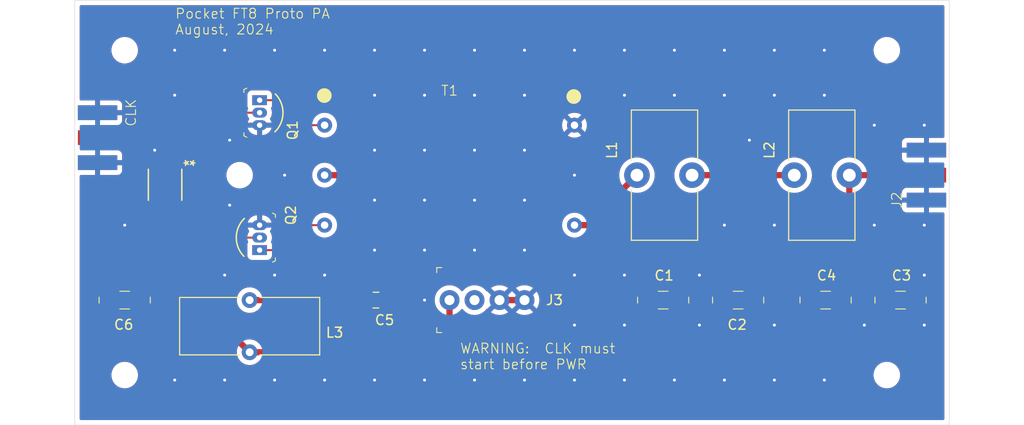
<source format=kicad_pcb>
(kicad_pcb (version 20240108) (generator "pcbnew") (generator_version "8.0")
  (layers (0 "F.Cu" signal) (31 "B.Cu" signal) (34 "B.Paste" user) (35 "F.Paste" user) (36 "B.SilkS" user "B.Silkscreen") (37 "F.SilkS" user "F.Silkscreen") (38 "B.Mask" user) (39 "F.Mask" user) (44 "Edge.Cuts" user))
  (net 0 "")
  (net 1 "+5V")
  (net 2 "GND")
  (net 3 "Net-(T1-S2)")
  (net 4 "Net-(J1-In)")
  (net 5 "Net-(Q1-D)")
  (net 6 "Net-(Q1-G)")
  (net 7 "Net-(Q2-D)")
  (net 8 "Net-(Q2-G)")
  (net 9 "Net-(T1-PM)")
  (net 10 "Net-(C2-Pad1)")
  (net 12 "Net-(J2-out)")
  (footprint "MountingHole:MountingHole_2.2mm_M2" (layer "F.Cu") (at 245.11 114.3)
    (property "Reference" "REF**" (hide yes))
    (property "Value" "MountingHole_2.2mm_M2" (hide yes))
    (pad "" np_thru_hole circle (at 0 0) (size 2.2 2.2) (drill 2.2) (layers "F&B.Cu" "*.Mask"))
  )
  (footprint "SparkFun-Connector:SMA_Edge" (layer "F.Cu") (at 249.13715 93.98 -90)
    (property "Reference" "J2" (at 2.54 3.01115 90) (layer "F.SilkS") (effects (font (thickness 0.1) (bold yes))))
    (property "Value" "OUT" (hide yes))
    (pad "1" smd rect (at 0 0 270) (size 1.5 4) (layers "F.Cu" "F.Mask") (net 12 "Net-(J2-out)"))
    (pad "2" smd rect (at -2.54 0 270) (size 1.5 4) (layers "F.Cu" "F.Mask") (net 2 "GND"))
    (pad "2" smd rect (at -2.54 0 270) (size 1.5 4) (layers "B.Cu" "B.Mask") (net 2 "GND"))
    (pad "2" smd rect (at 2.54 0 270) (size 1.5 4) (layers "F.Cu" "F.Mask") (net 2 "GND"))
    (pad "2" smd rect (at 2.54 0 270) (size 1.5 4) (layers "B.Cu" "B.Mask") (net 2 "GND"))
  )
  (footprint "digikey-footprints:TO-92-3" (layer "F.Cu") (at 181.356 86.36 -90)
    (property "Reference" "Q1" (at 3.048 -3.35 90) (layer "F.SilkS"))
    (property "Value" "BS170" (hide yes))
    (fp_line (start -1.08 1.6) (end -1.23 1.3) (stroke (width 0.1)) (layer "F.SilkS"))
    (fp_line (start -0.78 1.6) (end -1.08 1.6) (stroke (width 0.1)) (layer "F.SilkS"))
    (fp_line (start 3.62 1.6) (end 3.32 1.6) (stroke (width 0.1)) (layer "F.SilkS"))
    (fp_line (start 3.62 1.6) (end 3.77 1.3) (stroke (width 0.1)) (layer "F.SilkS"))
    (fp_arc (start -0.63 -1.6) (mid 1.305355 -2.372361) (end 3.22 -1.55) (stroke (width 0.15)) (layer "F.SilkS"))
    (pad "1" thru_hole rect (at 0 0 90) (size 1 1.5) (drill 0.55) (layers "*.Cu" "*.Mask") (net 5 "Net-(Q1-D)"))
    (pad "2" thru_hole oval (at 1.27 0 90) (size 1 1.5) (drill 0.55) (layers "*.Cu" "*.Mask") (net 6 "Net-(Q1-G)"))
    (pad "3" thru_hole oval (at 2.54 0 90) (size 1 1.5) (drill 0.55) (layers "*.Cu" "*.Mask") (net 2 "GND"))
  )
  (footprint "digikey-footprints:0805" (layer "F.Cu") (at 193.165 106.68 180)
    (property "Reference" "C5" (at -0.891 -2.032 180) (layer "F.SilkS"))
    (property "Value" "1 nF")
    (fp_line (start -0.3 -0.8) (end 0.3 -0.8) (stroke (width 0.12)) (layer "F.SilkS"))
    (fp_line (start -0.32 0.8) (end 0.28 0.8) (stroke (width 0.12)) (layer "F.SilkS"))
    (pad "1" smd rect (at -1.05 0 180) (size 1.2 1.2) (layers "F.Cu" "F.Paste" "F.Mask") (net 2 "GND"))
    (pad "2" smd rect (at 1.05 0 180) (size 1.2 1.2) (layers "F.Cu" "F.Paste" "F.Mask") (net 1 "+5V"))
  )
  (footprint "digikey-footprints:1206" (layer "F.Cu") (at 246.505 106.68)
    (property "Reference" "C3" (at 0.1 -2.5 0) (layer "F.SilkS"))
    (property "Value" "750 pF")
    (fp_line (start -2.6 -0.3) (end -2.6 0.3) (stroke (width 0.1)) (layer "F.SilkS"))
    (fp_line (start 0 -0.9) (end -0.5 -0.9) (stroke (width 0.1)) (layer "F.SilkS"))
    (fp_line (start 0 -0.9) (end 0.5 -0.9) (stroke (width 0.1)) (layer "F.SilkS"))
    (fp_line (start 0 0.9) (end -0.5 0.9) (stroke (width 0.1)) (layer "F.SilkS"))
    (fp_line (start 0 0.9) (end 0.5 0.9) (stroke (width 0.1)) (layer "F.SilkS"))
    (fp_line (start 2.6 -0.3) (end 2.6 0.3) (stroke (width 0.1)) (layer "F.SilkS"))
    (pad "1" smd rect (at -1.8 0) (size 1.5 1.8) (layers "F.Cu" "F.Paste" "F.Mask") (net 12 "Net-(J2-out)"))
    (pad "2" smd rect (at 1.8 0) (size 1.5 1.8) (layers "F.Cu" "F.Paste" "F.Mask") (net 2 "GND"))
  )
  (footprint "digikey-footprints:TO-92-3" (layer "F.Cu") (at 181.356 101.6 90)
    (property "Reference" "Q2" (at 3.556 3.175 90) (layer "F.SilkS"))
    (property "Value" "BS170" (hide yes))
    (fp_line (start 3.62 1.6) (end 3.77 1.3) (stroke (width 0.1)) (layer "F.SilkS"))
    (fp_line (start 3.62 1.6) (end 3.32 1.6) (stroke (width 0.1)) (layer "F.SilkS"))
    (fp_line (start -0.78 1.6) (end -1.08 1.6) (stroke (width 0.1)) (layer "F.SilkS"))
    (fp_line (start -1.08 1.6) (end -1.23 1.3) (stroke (width 0.1)) (layer "F.SilkS"))
    (fp_arc (start -0.63 -1.6) (mid 1.305355 -2.372361) (end 3.22 -1.55) (stroke (width 0.15)) (layer "F.SilkS"))
    (pad "1" thru_hole rect (at 0 0 270) (size 1 1.5) (drill 0.55) (layers "*.Cu" "*.Mask") (net 7 "Net-(Q2-D)"))
    (pad "2" thru_hole oval (at 1.27 0 270) (size 1 1.5) (drill 0.55) (layers "*.Cu" "*.Mask") (net 8 "Net-(Q2-G)"))
    (pad "3" thru_hole oval (at 2.54 0 270) (size 1 1.5) (drill 0.55) (layers "*.Cu" "*.Mask") (net 2 "GND"))
  )
  (footprint "KiCAD:BN43-202" (layer "F.Cu") (at 200.66 93.98)
    (property "Reference" "T1" (at 0 -8.59 0) (layer "F.SilkS") (effects (font (thickness 0.1))))
    (property "Value" "BN43-202" (hide yes))
    (fp_circle (center -12.73 -8.09) (end -12.033437 -8.09) (stroke (width 0.1)) (fill solid) (layer "F.SilkS"))
    (fp_circle (center 12.63 -7.99) (end 13.326563 -7.99) (stroke (width 0.1)) (fill solid) (layer "F.SilkS"))
    (pad "1" thru_hole circle (at -12.7 -5.08) (size 1.524 1.524) (drill 0.762) (layers "*.Cu" "*.Mask") (net 5 "Net-(Q1-D)"))
    (pad "2" thru_hole circle (at -12.7 0) (size 1.524 1.524) (drill 0.762) (layers "*.Cu" "*.Mask") (net 9 "Net-(T1-PM)"))
    (pad "3" thru_hole circle (at -12.7 5.08) (size 1.524 1.524) (drill 0.762) (layers "*.Cu" "*.Mask") (net 7 "Net-(Q2-D)"))
    (pad "4" thru_hole circle (at 12.7 -5.08) (size 1.524 1.524) (drill 0.762) (layers "*.Cu" "*.Mask") (net 2 "GND"))
    (pad "5" thru_hole circle (at 12.7 5.08) (size 1.524 1.524) (drill 0.762) (layers "*.Cu" "*.Mask") (net 3 "Net-(T1-S2)"))
  )
  (footprint "digikey-footprints:PinHeader_1x4_P2.54mm_Drill1.02mm" (layer "F.Cu") (at 200.66 106.68)
    (property "Reference" "J3" (at 10.668 0 0) (layer "F.SilkS"))
    (property "Value" "0022232041" (hide yes))
    (fp_line (start -1.3 -3.3) (end -1.3 -2.8) (stroke (width 0.1)) (layer "F.SilkS"))
    (fp_line (start -1.3 -3.3) (end -0.8 -3.3) (stroke (width 0.1)) (layer "F.SilkS"))
    (fp_line (start -1.3 3.3) (end -1.3 2.8) (stroke (width 0.1)) (layer "F.SilkS"))
    (fp_line (start -1.3 3.3) (end -0.8 3.3) (stroke (width 0.1)) (layer "F.SilkS"))
    (pad "1" thru_hole circle (at 0 0) (size 2.02 2.02) (drill 1.02) (layers "*.Cu" "*.Mask") (net 1 "+5V"))
    (pad "2" thru_hole circle (at 2.54 0) (size 2.02 2.02) (drill 1.02) (layers "*.Cu" "*.Mask"))
    (pad "3" thru_hole circle (at 5.08 0) (size 2.02 2.02) (drill 1.02) (layers "*.Cu" "*.Mask") (net 2 "GND"))
    (pad "4" thru_hole circle (at 7.62 0) (size 2.02 2.02) (drill 1.02) (layers "*.Cu" "*.Mask") (net 2 "GND"))
  )
  (footprint "Inductor_THT:L_Toroid_Vertical_L13.0mm_W6.5mm_P5.60mm" (layer "F.Cu") (at 219.71 93.98 90)
    (property "Reference" "L1" (at 2.54 -2.55 90) (layer "F.SilkS"))
    (property "Value" "1.3 uH" (hide yes))
    (fp_line (start 6.62 -0.57) (end 6.62 6.17) (stroke (width 0.12)) (layer "F.SilkS"))
    (fp_line (start 1.478 -0.57) (end 6.62 -0.57) (stroke (width 0.12)) (layer "F.SilkS"))
    (fp_line (start -6.62 -0.57) (end -1.478 -0.57) (stroke (width 0.12)) (layer "F.SilkS"))
    (fp_line (start -6.62 -0.57) (end -6.62 6.17) (stroke (width 0.12)) (layer "F.SilkS"))
    (fp_line (start 1.478 6.17) (end 6.62 6.17) (stroke (width 0.12)) (layer "F.SilkS"))
    (fp_line (start -6.62 6.17) (end -1.478 6.17) (stroke (width 0.12)) (layer "F.SilkS"))
    (pad "1" thru_hole circle (at 0 0 90) (size 2.6 2.6) (drill 1.3) (layers "*.Cu" "*.Mask") (net 3 "Net-(T1-S2)"))
    (pad "2" thru_hole circle (at 0 5.6 90) (size 2.6 2.6) (drill 1.3) (layers "*.Cu" "*.Mask") (net 10 "Net-(C2-Pad1)"))
  )
  (footprint "MountingHole:MountingHole_2.2mm_M2" (layer "F.Cu") (at 167.64 81.28)
    (property "Reference" "REF**" (hide yes))
    (property "Value" "MountingHole_2.2mm_M2" (hide yes))
    (pad "" np_thru_hole circle (at 0 0) (size 2.2 2.2) (drill 2.2) (layers "F&B.Cu" "*.Mask"))
  )
  (footprint "digikey-footprints:1206" (layer "F.Cu") (at 238.885 106.68)
    (property "Reference" "C4" (at 0.1 -2.5 0) (layer "F.SilkS"))
    (property "Value" "Cx")
    (fp_line (start -2.6 -0.3) (end -2.6 0.3) (stroke (width 0.1)) (layer "F.SilkS"))
    (fp_line (start 0 -0.9) (end -0.5 -0.9) (stroke (width 0.1)) (layer "F.SilkS"))
    (fp_line (start 0 -0.9) (end 0.5 -0.9) (stroke (width 0.1)) (layer "F.SilkS"))
    (fp_line (start 0 0.9) (end -0.5 0.9) (stroke (width 0.1)) (layer "F.SilkS"))
    (fp_line (start 0 0.9) (end 0.5 0.9) (stroke (width 0.1)) (layer "F.SilkS"))
    (fp_line (start 2.6 -0.3) (end 2.6 0.3) (stroke (width 0.1)) (layer "F.SilkS"))
    (pad "1" smd rect (at -1.8 0) (size 1.5 1.8) (layers "F.Cu" "F.Paste" "F.Mask") (net 10 "Net-(C2-Pad1)"))
    (pad "2" smd rect (at 1.8 0) (size 1.5 1.8) (layers "F.Cu" "F.Paste" "F.Mask") (net 12 "Net-(J2-out)"))
  )
  (footprint "Inductor_THT:L_Toroid_Vertical_L13.0mm_W6.5mm_P5.60mm" (layer "F.Cu") (at 235.7 93.98 90)
    (property "Reference" "L2" (at 2.54 -2.528 90) (layer "F.SilkS"))
    (property "Value" "1.3 uH" (hide yes))
    (fp_line (start 6.62 -0.57) (end 6.62 6.17) (stroke (width 0.12)) (layer "F.SilkS"))
    (fp_line (start 1.478 -0.57) (end 6.62 -0.57) (stroke (width 0.12)) (layer "F.SilkS"))
    (fp_line (start -6.62 -0.57) (end -1.478 -0.57) (stroke (width 0.12)) (layer "F.SilkS"))
    (fp_line (start -6.62 -0.57) (end -6.62 6.17) (stroke (width 0.12)) (layer "F.SilkS"))
    (fp_line (start 1.478 6.17) (end 6.62 6.17) (stroke (width 0.12)) (layer "F.SilkS"))
    (fp_line (start -6.62 6.17) (end -1.478 6.17) (stroke (width 0.12)) (layer "F.SilkS"))
    (pad "1" thru_hole circle (at 0 0 90) (size 2.6 2.6) (drill 1.3) (layers "*.Cu" "*.Mask") (net 10 "Net-(C2-Pad1)"))
    (pad "2" thru_hole circle (at 0 5.6 90) (size 2.6 2.6) (drill 1.3) (layers "*.Cu" "*.Mask") (net 12 "Net-(J2-out)"))
  )
  (footprint "Inductor_THT:L_Toroid_Vertical_L14.0mm_W5.6mm_P5.30mm_Bourns_5700" (layer "F.Cu") (at 180.34 111.98 180)
    (property "Reference" "L3" (at -8.636 1.998 0) (layer "F.SilkS"))
    (property "Value" "35 uH" (hide yes))
    (fp_line (start 7.12 -0.27) (end 7.12 5.57) (stroke (width 0.12)) (layer "F.SilkS"))
    (fp_line (start 1.037 5.57) (end 7.12 5.57) (stroke (width 0.12)) (layer "F.SilkS"))
    (fp_line (start 1.037 -0.27) (end 7.12 -0.27) (stroke (width 0.12)) (layer "F.SilkS"))
    (fp_line (start -7.12 5.57) (end -1.037 5.57) (stroke (width 0.12)) (layer "F.SilkS"))
    (fp_line (start -7.12 -0.27) (end -1.037 -0.27) (stroke (width 0.12)) (layer "F.SilkS"))
    (fp_line (start -7.12 -0.27) (end -7.12 5.57) (stroke (width 0.12)) (layer "F.SilkS"))
    (pad "1" thru_hole circle (at 0 0 180) (size 1.6 1.6) (drill 0.8) (layers "*.Cu" "*.Mask") (net 1 "+5V"))
    (pad "2" thru_hole circle (at 0 5.3 180) (size 1.6 1.6) (drill 0.8) (layers "*.Cu" "*.Mask") (net 9 "Net-(T1-PM)"))
  )
  (footprint "digikey-footprints:1206" (layer "F.Cu") (at 222.375 106.68)
    (property "Reference" "C1" (at 0.1 -2.5 0) (layer "F.SilkS"))
    (property "Value" "750 pF")
    (fp_line (start -2.6 -0.3) (end -2.6 0.3) (stroke (width 0.1)) (layer "F.SilkS"))
    (fp_line (start 0 -0.9) (end -0.5 -0.9) (stroke (width 0.1)) (layer "F.SilkS"))
    (fp_line (start 0 -0.9) (end 0.5 -0.9) (stroke (width 0.1)) (layer "F.SilkS"))
    (fp_line (start 0 0.9) (end -0.5 0.9) (stroke (width 0.1)) (layer "F.SilkS"))
    (fp_line (start 0 0.9) (end 0.5 0.9) (stroke (width 0.1)) (layer "F.SilkS"))
    (fp_line (start 2.6 -0.3) (end 2.6 0.3) (stroke (width 0.1)) (layer "F.SilkS"))
    (pad "1" smd rect (at -1.8 0) (size 1.5 1.8) (layers "F.Cu" "F.Paste" "F.Mask") (net 3 "Net-(T1-S2)"))
    (pad "2" smd rect (at 1.8 0) (size 1.5 1.8) (layers "F.Cu" "F.Paste" "F.Mask") (net 2 "GND"))
  )
  (footprint "MountingHole:MountingHole_2.2mm_M2" (layer "F.Cu") (at 245.11 81.28)
    (property "Reference" "REF**" (hide yes))
    (property "Value" "MountingHole_2.2mm_M2" (hide yes))
    (pad "" np_thru_hole circle (at 0 0) (size 2.2 2.2) (drill 2.2) (layers "F&B.Cu" "*.Mask"))
  )
  (footprint "SN74LVC2G86DCTR:DCT8_TEX" (layer "F.Cu") (at 171.745001 94.954999 -90)
    (property "Reference" "U1" (hide yes))
    (property "Value" "SN74LVC2G86DCTR")
    (fp_line (start -1.5748 1.7018) (end 1.5748 1.7018) (stroke (width 0.1524)) (layer "F.SilkS"))
    (fp_line (start 1.5748 -1.7018) (end -1.5748 -1.7018) (stroke (width 0.1524)) (layer "F.SilkS"))
    (fp_text user "*" (at -2.21615 -2.4736 -90) (layer "F.SilkS"))
    (fp_text user "*" (at -2.21615 -2.4736 -90) (layer "F.SilkS"))
    (pad "1" smd rect (at -1.96215 -0.974999 270) (size 1.0287 0.3556) (layers "F.Cu" "F.Paste" "F.Mask") (net 4 "Net-(J1-In)"))
    (pad "2" smd rect (at -1.96215 -0.325001 270) (size 1.0287 0.3556) (layers "F.Cu" "F.Paste" "F.Mask") (net 2 "GND"))
    (pad "3" smd rect (at -1.96215 0.325001 270) (size 1.0287 0.3556) (layers "F.Cu" "F.Paste" "F.Mask") (net 6 "Net-(Q1-G)"))
    (pad "4" smd rect (at -1.96215 0.974999 270) (size 1.0287 0.3556) (layers "F.Cu" "F.Paste" "F.Mask") (net 2 "GND"))
    (pad "5" smd rect (at 1.96215 0.974999 270) (size 1.0287 0.3556) (layers "F.Cu" "F.Paste" "F.Mask") (net 4 "Net-(J1-In)"))
    (pad "6" smd rect (at 1.96215 0.325001 270) (size 1.0287 0.3556) (layers "F.Cu" "F.Paste" "F.Mask") (net 1 "+5V"))
    (pad "7" smd rect (at 1.96215 -0.325001 270) (size 1.0287 0.3556) (layers "F.Cu" "F.Paste" "F.Mask") (net 8 "Net-(Q2-G)"))
    (pad "8" smd rect (at 1.96215 -0.974999 270) (size 1.0287 0.3556) (layers "F.Cu" "F.Paste" "F.Mask") (net 1 "+5V"))
  )
  (footprint "MountingHole:MountingHole_2.2mm_M2" (layer "F.Cu") (at 179.324 93.98)
    (property "Reference" "REF**" (hide yes))
    (property "Value" "MountingHole_2.2mm_M2" (hide yes))
    (pad "" np_thru_hole circle (at 0 0) (size 2.2 2.2) (drill 2.2) (layers "*.Cu" "*.Mask"))
  )
  (footprint "digikey-footprints:1206" (layer "F.Cu") (at 167.64 106.68 180)
    (property "Reference" "C6" (at 0.1 -2.5 180) (layer "F.SilkS"))
    (property "Value" "0.1uF")
    (fp_line (start 2.6 -0.3) (end 2.6 0.3) (stroke (width 0.1)) (layer "F.SilkS"))
    (fp_line (start 0 0.9) (end 0.5 0.9) (stroke (width 0.1)) (layer "F.SilkS"))
    (fp_line (start 0 0.9) (end -0.5 0.9) (stroke (width 0.1)) (layer "F.SilkS"))
    (fp_line (start 0 -0.9) (end 0.5 -0.9) (stroke (width 0.1)) (layer "F.SilkS"))
    (fp_line (start 0 -0.9) (end -0.5 -0.9) (stroke (width 0.1)) (layer "F.SilkS"))
    (fp_line (start -2.6 -0.3) (end -2.6 0.3) (stroke (width 0.1)) (layer "F.SilkS"))
    (pad "1" smd rect (at -1.8 0 180) (size 1.5 1.8) (layers "F.Cu" "F.Paste" "F.Mask") (net 1 "+5V"))
    (pad "2" smd rect (at 1.8 0 180) (size 1.5 1.8) (layers "F.Cu" "F.Paste" "F.Mask") (net 2 "GND"))
  )
  (footprint "SparkFun-Connector:SMA_Edge" (layer "F.Cu") (at 164.88285 90.17 90)
    (property "Reference" "J1")
    (property "Value" "CLK" (at 2.54 3.4 90) (layer "F.SilkS") (effects (font (thickness 0.1) (bold yes))))
    (pad "1" smd rect (at 0 0 90) (size 1.5 4) (layers "F.Cu" "F.Mask") (net 4 "Net-(J1-In)"))
    (pad "2" smd rect (at -2.54 0 90) (size 1.5 4) (layers "F.Cu" "F.Mask") (net 2 "GND"))
    (pad "2" smd rect (at -2.54 0 90) (size 1.5 4) (layers "B.Cu" "B.Mask") (net 2 "GND"))
    (pad "2" smd rect (at 2.54 0 90) (size 1.5 4) (layers "F.Cu" "F.Mask") (net 2 "GND"))
    (pad "2" smd rect (at 2.54 0 90) (size 1.5 4) (layers "B.Cu" "B.Mask") (net 2 "GND"))
  )
  (footprint "MountingHole:MountingHole_2.2mm_M2" (layer "F.Cu") (at 167.64 114.3)
    (property "Reference" "REF**" (hide yes))
    (property "Value" "MountingHole_2.2mm_M2" (hide yes))
    (pad "" np_thru_hole circle (at 0 0) (size 2.2 2.2) (drill 2.2) (layers "F&B.Cu" "*.Mask"))
  )
  (footprint "digikey-footprints:1206" (layer "F.Cu") (at 229.995 106.68 180)
    (property "Reference" "C2" (at 0.1 -2.5 180) (layer "F.SilkS"))
    (property "Value" "1100 pF")
    (fp_line (start 2.6 -0.3) (end 2.6 0.3) (stroke (width 0.1)) (layer "F.SilkS"))
    (fp_line (start 0 0.9) (end 0.5 0.9) (stroke (width 0.1)) (layer "F.SilkS"))
    (fp_line (start 0 0.9) (end -0.5 0.9) (stroke (width 0.1)) (layer "F.SilkS"))
    (fp_line (start 0 -0.9) (end 0.5 -0.9) (stroke (width 0.1)) (layer "F.SilkS"))
    (fp_line (start 0 -0.9) (end -0.5 -0.9) (stroke (width 0.1)) (layer "F.SilkS"))
    (fp_line (start -2.6 -0.3) (end -2.6 0.3) (stroke (width 0.1)) (layer "F.SilkS"))
    (pad "1" smd rect (at -1.8 0 180) (size 1.5 1.8) (layers "F.Cu" "F.Paste" "F.Mask") (net 10 "Net-(C2-Pad1)"))
    (pad "2" smd rect (at 1.8 0 180) (size 1.5 1.8) (layers "F.Cu" "F.Paste" "F.Mask") (net 2 "GND"))
  )
  (gr_rect (start 162.56 76.2) (end 251.46 119.38) (stroke (width 0.05)) (fill none) (layer "Edge.Cuts"))
  (gr_text "WARNING:  CLK must\nstart before PWR" (at 201.676 113.792 0) (layer "F.SilkS") (effects (font (size 1 1) (thickness 0.1)) (justify left bottom)))
  (gr_text "Pocket FT8 Proto PA\nAugust, 2024" (at 172.72 79.756 0) (layer "F.SilkS") (effects (font (size 1 1) (thickness 0.1)) (justify left bottom)))
  (segment (start 169.44 106.68) (end 170.18 106.68) (width 0.635) (layer "F.Cu") (net 1))
  (segment (start 198.374 112.014) (end 192.02 112.014) (width 0.635) (layer "F.Cu") (net 1))
  (segment (start 192.02 106.68) (end 192.02 112.014) (width 0.635) (layer "F.Cu") (net 1))
  (segment (start 172.72 96.917149) (end 172.72 99.06) (width 0.2) (layer "F.Cu") (net 1))
  (segment (start 192.02 112.014) (end 191.986 111.98) (width 0.635) (layer "F.Cu") (net 1))
  (segment (start 200.66 109.728) (end 198.374 112.014) (width 0.635) (layer "F.Cu") (net 1))
  (segment (start 172.085 99.06) (end 172.72 99.06) (width 0.2) (layer "F.Cu") (net 1))
  (segment (start 177.58 109.22) (end 180.34 111.98) (width 0.635) (layer "F.Cu") (net 1))
  (segment (start 171.42 96.917149) (end 171.42 98.395) (width 0.2) (layer "F.Cu") (net 1))
  (segment (start 191.986 111.98) (end 180.34 111.98) (width 0.635) (layer "F.Cu") (net 1))
  (segment (start 170.18 106.68) (end 170.815 107.315) (width 0.635) (layer "F.Cu") (net 1))
  (segment (start 170.815 107.315) (end 172.72 105.41) (width 0.2) (layer "F.Cu") (net 1))
  (segment (start 172.72 105.41) (end 172.72 99.06) (width 0.2) (layer "F.Cu") (net 1))
  (segment (start 170.815 107.315) (end 172.72 109.22) (width 0.635) (layer "F.Cu") (net 1))
  (segment (start 200.66 106.68) (end 200.66 109.728) (width 0.635) (layer "F.Cu") (net 1))
  (segment (start 172.72 109.22) (end 177.58 109.22) (width 0.635) (layer "F.Cu") (net 1))
  (segment (start 171.42 98.395) (end 172.085 99.06) (width 0.2) (layer "F.Cu") (net 1))
  (segment (start 205.74 106.68) (end 208.28 106.68) (width 0.635) (layer "F.Cu") (net 2))
  (segment (start 170.770002 92.992849) (end 170.770002 91.522002) (width 0.2) (layer "F.Cu") (net 2))
  (segment (start 165.84 106.68) (end 164.084 106.68) (width 0.635) (layer "F.Cu") (net 2))
  (segment (start 172.070002 92.992849) (end 172.070002 91.806002) (width 0.2) (layer "F.Cu") (net 2))
  (segment (start 170.770002 91.522002) (end 170.688 91.44) (width 0.2) (layer "F.Cu") (net 2))
  (segment (start 172.070002 91.806002) (end 171.958 91.694) (width 0.2) (layer "F.Cu") (net 2))
  (via (at 208.28 91.44) (size 0.6) (drill 0.3) (layers "F.Cu" "B.Cu") (net 2))
  (via (at 182.88 114.808) (size 0.6) (drill 0.3) (layers "F.Cu" "B.Cu") (net 2))
  (via (at 208.28 81.28) (size 0.6) (drill 0.3) (layers "F.Cu" "B.Cu") (net 2))
  (via (at 218.44 109.22) (size 0.6) (drill 0.3) (layers "F.Cu" "B.Cu") (net 2))
  (via (at 203.2 101.6) (size 0.6) (drill 0.3) (layers "F.Cu" "B.Cu") (net 2))
  (via (at 198.12 106.68) (size 0.6) (drill 0.3) (layers "F.Cu" "B.Cu") (net 2))
  (via (at 228.6 99.06) (size 0.6) (drill 0.3) (layers "F.Cu" "B.Cu") (net 2))
  (via (at 243.84 88.9) (size 0.6) (drill 0.3) (layers "F.Cu" "B.Cu") (net 2))
  (via (at 208.28 114.808) (size 0.6) (drill 0.3) (layers "F.Cu" "B.Cu") (net 2))
  (via (at 213.36 81.28) (size 0.6) (drill 0.3) (layers "F.Cu" "B.Cu") (net 2))
  (via (at 233.68 114.808) (size 0.6) (drill 0.3) (layers "F.Cu" "B.Cu") (net 2))
  (via (at 233.68 109.22) (size 0.6) (drill 0.3) (layers "F.Cu" "B.Cu") (net 2))
  (via (at 172.72 81.28) (size 0.6) (drill 0.3) (layers "F.Cu" "B.Cu") (net 2))
  (via (at 248.92 109.22) (size 0.6) (drill 0.3) (layers "F.Cu" "B.Cu") (net 2))
  (via (at 233.68 81.28) (size 0.6) (drill 0.3) (layers "F.Cu" "B.Cu") (net 2))
  (via (at 233.68 85.852) (size 0.6) (drill 0.3) (layers "F.Cu" "B.Cu") (net 2))
  (via (at 198.12 85.852) (size 0.6) (drill 0.3) (layers "F.Cu" "B.Cu") (net 2))
  (via (at 182.88 104.14) (size 0.6) (drill 0.3) (layers "F.Cu" "B.Cu") (net 2))
  (via (at 218.44 114.808) (size 0.6) (drill 0.3) (layers "F.Cu" "B.Cu") (net 2))
  (via (at 178.308 97.028) (size 0.6) (drill 0.3) (layers "F.Cu" "B.Cu") (net 2))
  (via (at 198.12 101.6) (size 0.6) (drill 0.3) (layers "F.Cu" "B.Cu") (net 2))
  (via (at 213.36 109.22) (size 0.6) (drill 0.3) (layers "F.Cu" "B.Cu") (net 2))
  (via (at 178.308 90.424) (size 0.6) (drill 0.3) (layers "F.Cu" "B.Cu") (net 2))
  (via (at 231.14 90.424) (size 0.6) (drill 0.3) (layers "F.Cu" "B.Cu") (net 2))
  (via (at 198.12 81.28) (size 0.6) (drill 0.3) (layers "F.Cu" "B.Cu") (net 2))
  (via (at 226.06 109.22) (size 0.6) (drill 0.3) (layers "F.Cu" "B.Cu") (net 2))
  (via (at 226.06 104.14) (size 0.6) (drill 0.3) (layers "F.Cu" "B.Cu") (net 2))
  (via (at 193.04 101.6) (size 0.6) (drill 0.3) (layers "F.Cu" "B.Cu") (net 2))
  (via (at 208.28 101.6) (size 0.6) (drill 0.3) (layers "F.Cu" "B.Cu") (net 2))
  (via (at 208.28 85.852) (size 0.6) (drill 0.3) (layers "F.Cu" "B.Cu") (net 2))
  (via (at 203.2 85.852) (size 0.6) (drill 0.3) (layers "F.Cu" "B.Cu") (net 2))
  (via (at 213.36 93.98) (size 0.6) (drill 0.3) (layers "F.Cu" "B.Cu") (net 2))
  (via (at 198.12 96.52) (size 0.6) (drill 0.3) (layers "F.Cu" "B.Cu") (net 2))
  (via (at 193.04 114.808) (size 0.6) (drill 0.3) (layers "F.Cu" "B.Cu") (net 2))
  (via (at 198.12 114.808) (size 0.6) (drill 0.3) (layers "F.Cu" "B.Cu") (net 2))
  (via (at 238.76 114.808) (size 0.6) (drill 0.3) (layers "F.Cu" "B.Cu") (net 2))
  (via (at 218.44 104.14) (size 0.6) (drill 0.3) (layers "F.Cu" "B.Cu") (net 2))
  (via (at 177.8 81.28) (size 0.6) (drill 0.3) (layers "F.Cu" "B.Cu") (net 2))
  (via (at 213.36 104.14) (size 0.6) (drill 0.3) (layers "F.Cu" "B.Cu") (net 2))
  (via (at 248.92 88.9) (size 0.6) (drill 0.3) (layers "F.Cu" "B.Cu") (net 2))
  (via (at 228.6 114.808) (size 0.6) (drill 0.3) (layers "F.Cu" "B.Cu") (net 2))
  (via (at 208.28 96.52) (size 0.6) (drill 0.3) (layers "F.Cu" "B.Cu") (net 2))
  (via (at 182.88 81.28) (size 0.6) (drill 0.3) (layers "F.Cu" "B.Cu") (net 2))
  (via (at 238.76 85.852) (size 0.6) (drill 0.3) (layers "F.Cu" "B.Cu") (net 2))
  (via (at 193.04 96.52) (size 0.6) (drill 0.3) (layers "F.Cu" "B.Cu") (net 2))
  (via (at 203.2 114.808) (size 0.6) (drill 0.3) (layers "F.Cu" "B.Cu") (net 2))
  (via (at 213.36 114.808) (size 0.6) (drill 0.3) (layers "F.Cu" "B.Cu") (net 2))
  (via (at 187.96 104.14) (size 0.6) (drill 0.3) (layers "F.Cu" "B.Cu") (net 2))
  (via (at 218.44 85.852) (size 0.6) (drill 0.3) (layers "F.Cu" "B.Cu") (net 2))
  (via (at 203.2 81.28) (size 0.6) (drill 0.3) (layers "F.Cu" "B.Cu") (net 2))
  (via (at 198.12 91.44) (size 0.6) (drill 0.3) (layers "F.Cu" "B.Cu") (net 2))
  (via (at 233.68 99.06) (size 0.6) (drill 0.3) (layers "F.Cu" "B.Cu") (net 2))
  (via (at 172.72 114.808) (size 0.6) (drill 0.3) (layers "F.Cu" "B.Cu") (net 2))
  (via (at 248.92 104.14) (size 0.6) (drill 0.3) (layers "F.Cu" "B.Cu") (net 2))
  (via (at 167.64 99.06) (size 0.6) (drill 0.3) (layers "F.Cu" "B.Cu") (net 2))
  (via (at 228.6 85.852) (size 0.6) (drill 0.3) (layers "F.Cu" "B.Cu") (net 2))
  (via (at 193.04 91.44) (size 0.6) (drill 0.3) (layers "F.Cu" "B.Cu") (net 2))
  (via (at 248.92 99.06) (size 0.6) (drill 0.3) (layers "F.Cu" "B.Cu") (net 2))
  (via (at 223.52 114.808) (size 0.6) (drill 0.3) (layers "F.Cu" "B.Cu") (net 2))
  (via (at 193.04 85.852) (size 0.6) (drill 0.3) (layers "F.Cu" "B.Cu") (net 2))
  (via (at 242.824 109.22) (size 0.6) (drill 0.3) (layers "F.Cu" "B.Cu") (net 2))
  (via (at 228.6 81.28) (size 0.6) (drill 0.3) (layers "F.Cu" "B.Cu") (net 2))
  (via (at 203.2 91.44) (size 0.6) (drill 0.3) (layers "F.Cu" "B.Cu") (net 2))
  (via (at 187.96 81.28) (size 0.6) (drill 0.3) (layers "F.Cu" "B.Cu") (net 2))
  (via (at 183.896 93.98) (size 0.6) (drill 0.3) (layers "F.Cu" "B.Cu") (net 2))
  (via (at 177.8 114.808) (size 0.6) (drill 0.3) (layers "F.Cu" "B.Cu") (net 2))
  (via (at 223.52 81.28) (size 0.6) (drill 0.3) (layers "F.Cu" "B.Cu") (net 2))
  (via (at 177.8 104.14) (size 0.6) (drill 0.3) (layers "F.Cu" "B.Cu") (net 2))
  (via (at 203.2 96.52) (size 0.6) (drill 0.3) (layers "F.Cu" "B.Cu") (net 2))
  (via (at 187.96 114.808) (size 0.6) (drill 0.3) (layers "F.Cu" "B.Cu") (net 2))
  (via (at 170.688 91.44) (size 0.6) (drill 0.3) (layers "F.Cu" "B.Cu") (net 2))
  (via (at 238.76 81.28) (size 0.6) (drill 0.3) (layers "F.Cu" "B.Cu") (net 2))
  (via (at 218.44 81.28) (size 0.6) (drill 0.3) (layers "F.Cu" "B.Cu") (net 2))
  (via (at 223.52 85.852) (size 0.6) (drill 0.3) (layers "F.Cu" "B.Cu") (net 2))
  (via (at 172.72 85.852) (size 0.6) (drill 0.3) (layers "F.Cu" "B.Cu") (net 2))
  (via (at 193.04 81.28) (size 0.6) (drill 0.3) (layers "F.Cu" "B.Cu") (net 2))
  (via (at 243.84 99.06) (size 0.6) (drill 0.3) (layers "F.Cu" "B.Cu") (net 2))
  (segment (start 220.575 103.481) (end 216.154 99.06) (width 0.635) (layer "F.Cu") (net 3))
  (segment (start 213.36 99.06) (end 215.646 99.06) (width 0.635) (layer "F.Cu") (net 3))
  (segment (start 220.575 106.68) (end 220.575 103.481) (width 0.635) (layer "F.Cu") (net 3))
  (segment (start 215.646 99.06) (end 215.646 98.044) (width 0.635) (layer "F.Cu") (net 3))
  (segment (start 216.154 99.06) (end 215.646 99.06) (width 0.635) (layer "F.Cu") (net 3))
  (segment (start 215.646 98.044) (end 219.71 93.98) (width 0.635) (layer "F.Cu") (net 3))
  (segment (start 164.88285 90.17) (end 163.86685 90.17) (width 0.2) (layer "F.Cu") (net 4))
  (segment (start 170.770002 96.094002) (end 168.91 94.234) (width 0.2) (layer "F.Cu") (net 4))
  (segment (start 172.72 91.44) (end 171.45 90.17) (width 0.2) (layer "F.Cu") (net 4))
  (segment (start 168.91 94.234) (end 168.91 90.17) (width 0.2) (layer "F.Cu") (net 4))
  (segment (start 171.45 90.17) (end 168.91 90.17) (width 0.2) (layer "F.Cu") (net 4))
  (segment (start 168.91 90.17) (end 164.88285 90.17) (width 0.2) (layer "F.Cu") (net 4))
  (segment (start 172.72 92.992849) (end 172.72 91.44) (width 0.2) (layer "F.Cu") (net 4))
  (segment (start 170.770002 96.917149) (end 170.770002 96.094002) (width 0.2) (layer "F.Cu") (net 4))
  (segment (start 181.356 86.36) (end 184.15 86.36) (width 0.2) (layer "F.Cu") (net 5))
  (segment (start 186.69 88.9) (end 187.96 88.9) (width 0.2) (layer "F.Cu") (net 5))
  (segment (start 184.15 86.36) (end 186.69 88.9) (width 0.2) (layer "F.Cu") (net 5))
  (segment (start 175.895 93.345) (end 175.26 93.98) (width 0.2) (layer "F.Cu") (net 6))
  (segment (start 171.692801 93.98) (end 171.42 93.707199) (width 0.2) (layer "F.Cu") (net 6))
  (segment (start 175.26 93.98) (end 171.692801 93.98) (width 0.2) (layer "F.Cu") (net 6))
  (segment (start 171.42 93.707199) (end 171.42 92.992849) (width 0.2) (layer "F.Cu") (net 6))
  (segment (start 175.895 90.17) (end 175.895 93.345) (width 0.2) (layer "F.Cu") (net 6))
  (segment (start 178.435 87.63) (end 175.895 90.17) (width 0.2) (layer "F.Cu") (net 6))
  (segment (start 181.356 87.63) (end 178.435 87.63) (width 0.2) (layer "F.Cu") (net 6))
  (segment (start 184.15 101.6) (end 186.69 99.06) (width 0.2) (layer "F.Cu") (net 7))
  (segment (start 186.69 99.06) (end 187.96 99.06) (width 0.2) (layer "F.Cu") (net 7))
  (segment (start 181.356 101.6) (end 184.15 101.6) (width 0.2) (layer "F.Cu") (net 7))
  (segment (start 177.8 100.33) (end 175.895 98.425) (width 0.2) (layer "F.Cu") (net 8))
  (segment (start 175.895 98.425) (end 175.895 96.52) (width 0.2) (layer "F.Cu") (net 8))
  (segment (start 181.356 100.33) (end 177.8 100.33) (width 0.2) (layer "F.Cu") (net 8))
  (segment (start 172.070002 96.202799) (end 172.070002 96.917149) (width 0.2) (layer "F.Cu") (net 8))
  (segment (start 175.895 96.52) (end 175.26 95.885) (width 0.2) (layer "F.Cu") (net 8))
  (segment (start 175.26 95.885) (end 172.387801 95.885) (width 0.2) (layer "F.Cu") (net 8))
  (segment (start 172.387801 95.885) (end 172.070002 96.202799) (width 0.2) (layer "F.Cu") (net 8))
  (segment (start 187.96 93.98) (end 189.23 93.98) (width 0.635) (layer "F.Cu") (net 9))
  (segment (start 187.96 106.68) (end 189.865 104.775) (width 0.635) (layer "F.Cu") (net 9))
  (segment (start 180.34 106.68) (end 187.96 106.68) (width 0.635) (layer "F.Cu") (net 9))
  (segment (start 189.23 93.98) (end 189.865 94.615) (width 0.635) (layer "F.Cu") (net 9))
  (segment (start 189.865 94.615) (end 189.865 104.775) (width 0.635) (layer "F.Cu") (net 9))
  (segment (start 231.648 103.632) (end 231.648 93.98) (width 0.635) (layer "F.Cu") (net 10))
  (segment (start 237.085 106.68) (end 237.085 103.735) (width 0.635) (layer "F.Cu") (net 10))
  (segment (start 237.085 103.735) (end 236.982 103.632) (width 0.635) (layer "F.Cu") (net 10))
  (segment (start 231.648 106.68) (end 231.648 103.632) (width 0.635) (layer "F.Cu") (net 10))
  (segment (start 236.982 103.632) (end 231.648 103.632) (width 0.635) (layer "F.Cu") (net 10))
  (segment (start 225.31 93.98) (end 231.14 93.98) (width 0.635) (layer "F.Cu") (net 10))
  (segment (start 231.14 93.98) (end 235.7 93.98) (width 0.635) (layer "F.Cu") (net 10))
  (segment (start 240.792 104.14) (end 240.792 106.573) (width 0.635) (layer "F.Cu") (net 12))
  (segment (start 241.3 93.98) (end 241.3 103.632) (width 0.635) (layer "F.Cu") (net 12))
  (segment (start 241.3 103.632) (end 240.792 104.14) (width 0.635) (layer "F.Cu") (net 12))
  (segment (start 244.705 103.989) (end 244.705 106.68) (width 0.635) (layer "F.Cu") (net 12))
  (segment (start 240.792 106.573) (end 240.685 106.68) (width 0.635) (layer "F.Cu") (net 12))
  (segment (start 244.348 103.632) (end 241.3 103.632) (width 0.635) (layer "F.Cu") (net 12))
  (segment (start 241.3 93.98) (end 248.88315 93.98) (width 0.635) (layer "F.Cu") (net 12))
  (segment (start 244.348 103.632) (end 244.705 103.989) (width 0.635) (layer "F.Cu") (net 12))
  (zone (net 2) (net_name "GND") (layer "F.Cu") (name "GND") (priority 4) (connect_pads (clearance 0.5)) (min_thickness 0.25) (fill yes (thermal_gap 0.5) (thermal_bridge_width 0.5))
    (polygon (pts (xy 163.068 76.708) (xy 163.068 118.872) (xy 250.952 118.872) (xy 250.952 76.708)))
  )
  (zone (net 2) (net_name "GND") (layer "B.Cu") (name "GND") (priority 5) (connect_pads (clearance 0.5)) (min_thickness 0.25) (fill yes (thermal_gap 0.5) (thermal_bridge_width 0.5))
    (polygon (pts (xy 163.068 76.708) (xy 163.068 118.872) (xy 250.952 118.872) (xy 250.952 76.708)))
  )
)
</source>
